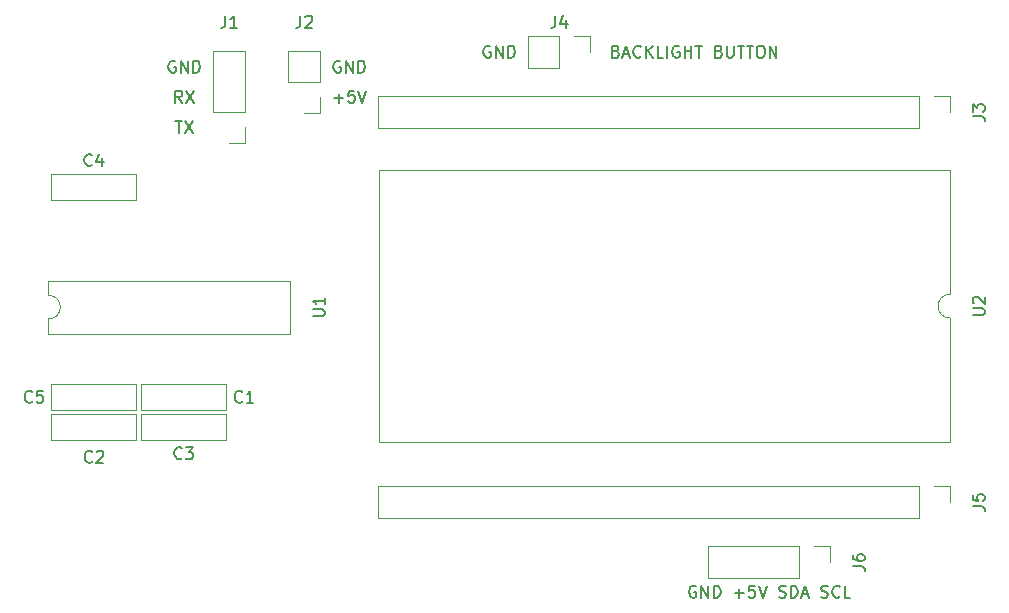
<source format=gbr>
G04 #@! TF.GenerationSoftware,KiCad,Pcbnew,(5.1.4)-1*
G04 #@! TF.CreationDate,2020-07-10T19:03:40+02:00*
G04 #@! TF.ProjectId,receiver,72656365-6976-4657-922e-6b696361645f,rev?*
G04 #@! TF.SameCoordinates,Original*
G04 #@! TF.FileFunction,Legend,Top*
G04 #@! TF.FilePolarity,Positive*
%FSLAX46Y46*%
G04 Gerber Fmt 4.6, Leading zero omitted, Abs format (unit mm)*
G04 Created by KiCad (PCBNEW (5.1.4)-1) date 2020-07-10 19:03:40*
%MOMM*%
%LPD*%
G04 APERTURE LIST*
%ADD10C,0.150000*%
%ADD11C,0.120000*%
G04 APERTURE END LIST*
D10*
X119110952Y-55808571D02*
X119253809Y-55856190D01*
X119301428Y-55903809D01*
X119349047Y-55999047D01*
X119349047Y-56141904D01*
X119301428Y-56237142D01*
X119253809Y-56284761D01*
X119158571Y-56332380D01*
X118777619Y-56332380D01*
X118777619Y-55332380D01*
X119110952Y-55332380D01*
X119206190Y-55380000D01*
X119253809Y-55427619D01*
X119301428Y-55522857D01*
X119301428Y-55618095D01*
X119253809Y-55713333D01*
X119206190Y-55760952D01*
X119110952Y-55808571D01*
X118777619Y-55808571D01*
X119730000Y-56046666D02*
X120206190Y-56046666D01*
X119634761Y-56332380D02*
X119968095Y-55332380D01*
X120301428Y-56332380D01*
X121206190Y-56237142D02*
X121158571Y-56284761D01*
X121015714Y-56332380D01*
X120920476Y-56332380D01*
X120777619Y-56284761D01*
X120682380Y-56189523D01*
X120634761Y-56094285D01*
X120587142Y-55903809D01*
X120587142Y-55760952D01*
X120634761Y-55570476D01*
X120682380Y-55475238D01*
X120777619Y-55380000D01*
X120920476Y-55332380D01*
X121015714Y-55332380D01*
X121158571Y-55380000D01*
X121206190Y-55427619D01*
X121634761Y-56332380D02*
X121634761Y-55332380D01*
X122206190Y-56332380D02*
X121777619Y-55760952D01*
X122206190Y-55332380D02*
X121634761Y-55903809D01*
X123110952Y-56332380D02*
X122634761Y-56332380D01*
X122634761Y-55332380D01*
X123444285Y-56332380D02*
X123444285Y-55332380D01*
X124444285Y-55380000D02*
X124349047Y-55332380D01*
X124206190Y-55332380D01*
X124063333Y-55380000D01*
X123968095Y-55475238D01*
X123920476Y-55570476D01*
X123872857Y-55760952D01*
X123872857Y-55903809D01*
X123920476Y-56094285D01*
X123968095Y-56189523D01*
X124063333Y-56284761D01*
X124206190Y-56332380D01*
X124301428Y-56332380D01*
X124444285Y-56284761D01*
X124491904Y-56237142D01*
X124491904Y-55903809D01*
X124301428Y-55903809D01*
X124920476Y-56332380D02*
X124920476Y-55332380D01*
X124920476Y-55808571D02*
X125491904Y-55808571D01*
X125491904Y-56332380D02*
X125491904Y-55332380D01*
X125825238Y-55332380D02*
X126396666Y-55332380D01*
X126110952Y-56332380D02*
X126110952Y-55332380D01*
X127825238Y-55808571D02*
X127968095Y-55856190D01*
X128015714Y-55903809D01*
X128063333Y-55999047D01*
X128063333Y-56141904D01*
X128015714Y-56237142D01*
X127968095Y-56284761D01*
X127872857Y-56332380D01*
X127491904Y-56332380D01*
X127491904Y-55332380D01*
X127825238Y-55332380D01*
X127920476Y-55380000D01*
X127968095Y-55427619D01*
X128015714Y-55522857D01*
X128015714Y-55618095D01*
X127968095Y-55713333D01*
X127920476Y-55760952D01*
X127825238Y-55808571D01*
X127491904Y-55808571D01*
X128491904Y-55332380D02*
X128491904Y-56141904D01*
X128539523Y-56237142D01*
X128587142Y-56284761D01*
X128682380Y-56332380D01*
X128872857Y-56332380D01*
X128968095Y-56284761D01*
X129015714Y-56237142D01*
X129063333Y-56141904D01*
X129063333Y-55332380D01*
X129396666Y-55332380D02*
X129968095Y-55332380D01*
X129682380Y-56332380D02*
X129682380Y-55332380D01*
X130158571Y-55332380D02*
X130730000Y-55332380D01*
X130444285Y-56332380D02*
X130444285Y-55332380D01*
X131253809Y-55332380D02*
X131444285Y-55332380D01*
X131539523Y-55380000D01*
X131634761Y-55475238D01*
X131682380Y-55665714D01*
X131682380Y-55999047D01*
X131634761Y-56189523D01*
X131539523Y-56284761D01*
X131444285Y-56332380D01*
X131253809Y-56332380D01*
X131158571Y-56284761D01*
X131063333Y-56189523D01*
X131015714Y-55999047D01*
X131015714Y-55665714D01*
X131063333Y-55475238D01*
X131158571Y-55380000D01*
X131253809Y-55332380D01*
X132110952Y-56332380D02*
X132110952Y-55332380D01*
X132682380Y-56332380D01*
X132682380Y-55332380D01*
X108458095Y-55380000D02*
X108362857Y-55332380D01*
X108220000Y-55332380D01*
X108077142Y-55380000D01*
X107981904Y-55475238D01*
X107934285Y-55570476D01*
X107886666Y-55760952D01*
X107886666Y-55903809D01*
X107934285Y-56094285D01*
X107981904Y-56189523D01*
X108077142Y-56284761D01*
X108220000Y-56332380D01*
X108315238Y-56332380D01*
X108458095Y-56284761D01*
X108505714Y-56237142D01*
X108505714Y-55903809D01*
X108315238Y-55903809D01*
X108934285Y-56332380D02*
X108934285Y-55332380D01*
X109505714Y-56332380D01*
X109505714Y-55332380D01*
X109981904Y-56332380D02*
X109981904Y-55332380D01*
X110220000Y-55332380D01*
X110362857Y-55380000D01*
X110458095Y-55475238D01*
X110505714Y-55570476D01*
X110553333Y-55760952D01*
X110553333Y-55903809D01*
X110505714Y-56094285D01*
X110458095Y-56189523D01*
X110362857Y-56284761D01*
X110220000Y-56332380D01*
X109981904Y-56332380D01*
X125865714Y-101100000D02*
X125770476Y-101052380D01*
X125627619Y-101052380D01*
X125484761Y-101100000D01*
X125389523Y-101195238D01*
X125341904Y-101290476D01*
X125294285Y-101480952D01*
X125294285Y-101623809D01*
X125341904Y-101814285D01*
X125389523Y-101909523D01*
X125484761Y-102004761D01*
X125627619Y-102052380D01*
X125722857Y-102052380D01*
X125865714Y-102004761D01*
X125913333Y-101957142D01*
X125913333Y-101623809D01*
X125722857Y-101623809D01*
X126341904Y-102052380D02*
X126341904Y-101052380D01*
X126913333Y-102052380D01*
X126913333Y-101052380D01*
X127389523Y-102052380D02*
X127389523Y-101052380D01*
X127627619Y-101052380D01*
X127770476Y-101100000D01*
X127865714Y-101195238D01*
X127913333Y-101290476D01*
X127960952Y-101480952D01*
X127960952Y-101623809D01*
X127913333Y-101814285D01*
X127865714Y-101909523D01*
X127770476Y-102004761D01*
X127627619Y-102052380D01*
X127389523Y-102052380D01*
X129151428Y-101671428D02*
X129913333Y-101671428D01*
X129532380Y-102052380D02*
X129532380Y-101290476D01*
X130865714Y-101052380D02*
X130389523Y-101052380D01*
X130341904Y-101528571D01*
X130389523Y-101480952D01*
X130484761Y-101433333D01*
X130722857Y-101433333D01*
X130818095Y-101480952D01*
X130865714Y-101528571D01*
X130913333Y-101623809D01*
X130913333Y-101861904D01*
X130865714Y-101957142D01*
X130818095Y-102004761D01*
X130722857Y-102052380D01*
X130484761Y-102052380D01*
X130389523Y-102004761D01*
X130341904Y-101957142D01*
X131199047Y-101052380D02*
X131532380Y-102052380D01*
X131865714Y-101052380D01*
X132913333Y-102004761D02*
X133056190Y-102052380D01*
X133294285Y-102052380D01*
X133389523Y-102004761D01*
X133437142Y-101957142D01*
X133484761Y-101861904D01*
X133484761Y-101766666D01*
X133437142Y-101671428D01*
X133389523Y-101623809D01*
X133294285Y-101576190D01*
X133103809Y-101528571D01*
X133008571Y-101480952D01*
X132960952Y-101433333D01*
X132913333Y-101338095D01*
X132913333Y-101242857D01*
X132960952Y-101147619D01*
X133008571Y-101100000D01*
X133103809Y-101052380D01*
X133341904Y-101052380D01*
X133484761Y-101100000D01*
X133913333Y-102052380D02*
X133913333Y-101052380D01*
X134151428Y-101052380D01*
X134294285Y-101100000D01*
X134389523Y-101195238D01*
X134437142Y-101290476D01*
X134484761Y-101480952D01*
X134484761Y-101623809D01*
X134437142Y-101814285D01*
X134389523Y-101909523D01*
X134294285Y-102004761D01*
X134151428Y-102052380D01*
X133913333Y-102052380D01*
X134865714Y-101766666D02*
X135341904Y-101766666D01*
X134770476Y-102052380D02*
X135103809Y-101052380D01*
X135437142Y-102052380D01*
X136484761Y-102004761D02*
X136627619Y-102052380D01*
X136865714Y-102052380D01*
X136960952Y-102004761D01*
X137008571Y-101957142D01*
X137056190Y-101861904D01*
X137056190Y-101766666D01*
X137008571Y-101671428D01*
X136960952Y-101623809D01*
X136865714Y-101576190D01*
X136675238Y-101528571D01*
X136580000Y-101480952D01*
X136532380Y-101433333D01*
X136484761Y-101338095D01*
X136484761Y-101242857D01*
X136532380Y-101147619D01*
X136580000Y-101100000D01*
X136675238Y-101052380D01*
X136913333Y-101052380D01*
X137056190Y-101100000D01*
X138056190Y-101957142D02*
X138008571Y-102004761D01*
X137865714Y-102052380D01*
X137770476Y-102052380D01*
X137627619Y-102004761D01*
X137532380Y-101909523D01*
X137484761Y-101814285D01*
X137437142Y-101623809D01*
X137437142Y-101480952D01*
X137484761Y-101290476D01*
X137532380Y-101195238D01*
X137627619Y-101100000D01*
X137770476Y-101052380D01*
X137865714Y-101052380D01*
X138008571Y-101100000D01*
X138056190Y-101147619D01*
X138960952Y-102052380D02*
X138484761Y-102052380D01*
X138484761Y-101052380D01*
X95758095Y-56650000D02*
X95662857Y-56602380D01*
X95520000Y-56602380D01*
X95377142Y-56650000D01*
X95281904Y-56745238D01*
X95234285Y-56840476D01*
X95186666Y-57030952D01*
X95186666Y-57173809D01*
X95234285Y-57364285D01*
X95281904Y-57459523D01*
X95377142Y-57554761D01*
X95520000Y-57602380D01*
X95615238Y-57602380D01*
X95758095Y-57554761D01*
X95805714Y-57507142D01*
X95805714Y-57173809D01*
X95615238Y-57173809D01*
X96234285Y-57602380D02*
X96234285Y-56602380D01*
X96805714Y-57602380D01*
X96805714Y-56602380D01*
X97281904Y-57602380D02*
X97281904Y-56602380D01*
X97520000Y-56602380D01*
X97662857Y-56650000D01*
X97758095Y-56745238D01*
X97805714Y-56840476D01*
X97853333Y-57030952D01*
X97853333Y-57173809D01*
X97805714Y-57364285D01*
X97758095Y-57459523D01*
X97662857Y-57554761D01*
X97520000Y-57602380D01*
X97281904Y-57602380D01*
X95234285Y-59761428D02*
X95996190Y-59761428D01*
X95615238Y-60142380D02*
X95615238Y-59380476D01*
X96948571Y-59142380D02*
X96472380Y-59142380D01*
X96424761Y-59618571D01*
X96472380Y-59570952D01*
X96567619Y-59523333D01*
X96805714Y-59523333D01*
X96900952Y-59570952D01*
X96948571Y-59618571D01*
X96996190Y-59713809D01*
X96996190Y-59951904D01*
X96948571Y-60047142D01*
X96900952Y-60094761D01*
X96805714Y-60142380D01*
X96567619Y-60142380D01*
X96472380Y-60094761D01*
X96424761Y-60047142D01*
X97281904Y-59142380D02*
X97615238Y-60142380D01*
X97948571Y-59142380D01*
X82383333Y-60142380D02*
X82050000Y-59666190D01*
X81811904Y-60142380D02*
X81811904Y-59142380D01*
X82192857Y-59142380D01*
X82288095Y-59190000D01*
X82335714Y-59237619D01*
X82383333Y-59332857D01*
X82383333Y-59475714D01*
X82335714Y-59570952D01*
X82288095Y-59618571D01*
X82192857Y-59666190D01*
X81811904Y-59666190D01*
X82716666Y-59142380D02*
X83383333Y-60142380D01*
X83383333Y-59142380D02*
X82716666Y-60142380D01*
X81788095Y-61682380D02*
X82359523Y-61682380D01*
X82073809Y-62682380D02*
X82073809Y-61682380D01*
X82597619Y-61682380D02*
X83264285Y-62682380D01*
X83264285Y-61682380D02*
X82597619Y-62682380D01*
X81788095Y-56650000D02*
X81692857Y-56602380D01*
X81550000Y-56602380D01*
X81407142Y-56650000D01*
X81311904Y-56745238D01*
X81264285Y-56840476D01*
X81216666Y-57030952D01*
X81216666Y-57173809D01*
X81264285Y-57364285D01*
X81311904Y-57459523D01*
X81407142Y-57554761D01*
X81550000Y-57602380D01*
X81645238Y-57602380D01*
X81788095Y-57554761D01*
X81835714Y-57507142D01*
X81835714Y-57173809D01*
X81645238Y-57173809D01*
X82264285Y-57602380D02*
X82264285Y-56602380D01*
X82835714Y-57602380D01*
X82835714Y-56602380D01*
X83311904Y-57602380D02*
X83311904Y-56602380D01*
X83550000Y-56602380D01*
X83692857Y-56650000D01*
X83788095Y-56745238D01*
X83835714Y-56840476D01*
X83883333Y-57030952D01*
X83883333Y-57173809D01*
X83835714Y-57364285D01*
X83788095Y-57459523D01*
X83692857Y-57554761D01*
X83550000Y-57602380D01*
X83311904Y-57602380D01*
D11*
X147380000Y-88920000D02*
X147380000Y-78380000D01*
X99060000Y-88920000D02*
X147380000Y-88920000D01*
X99060000Y-65950000D02*
X99060000Y-88920000D01*
X147380000Y-65840000D02*
X99060000Y-65840000D01*
X147380000Y-76380000D02*
X147380000Y-65840000D01*
X147380000Y-78380000D02*
G75*
G02X147380000Y-76380000I0J1000000D01*
G01*
X116900000Y-54550000D02*
X116900000Y-55880000D01*
X115570000Y-54550000D02*
X116900000Y-54550000D01*
X114300000Y-54550000D02*
X114300000Y-57210000D01*
X114300000Y-57210000D02*
X111700000Y-57210000D01*
X114300000Y-54550000D02*
X111700000Y-54550000D01*
X111700000Y-54550000D02*
X111700000Y-57210000D01*
X71060000Y-75220000D02*
X71060000Y-76470000D01*
X91500000Y-75220000D02*
X71060000Y-75220000D01*
X91500000Y-79720000D02*
X91500000Y-75220000D01*
X71060000Y-79720000D02*
X91500000Y-79720000D01*
X71060000Y-78470000D02*
X71060000Y-79720000D01*
X71060000Y-76470000D02*
G75*
G02X71060000Y-78470000I0J-1000000D01*
G01*
X137220000Y-97730000D02*
X137220000Y-99060000D01*
X135890000Y-97730000D02*
X137220000Y-97730000D01*
X134620000Y-97730000D02*
X134620000Y-100390000D01*
X134620000Y-100390000D02*
X126940000Y-100390000D01*
X134620000Y-97730000D02*
X126940000Y-97730000D01*
X126940000Y-97730000D02*
X126940000Y-100390000D01*
X94040000Y-61020000D02*
X92710000Y-61020000D01*
X94040000Y-59690000D02*
X94040000Y-61020000D01*
X94040000Y-58420000D02*
X91380000Y-58420000D01*
X91380000Y-58420000D02*
X91380000Y-55820000D01*
X94040000Y-58420000D02*
X94040000Y-55820000D01*
X94040000Y-55820000D02*
X91380000Y-55820000D01*
X147380000Y-59630000D02*
X147380000Y-60960000D01*
X146050000Y-59630000D02*
X147380000Y-59630000D01*
X144780000Y-59630000D02*
X144780000Y-62290000D01*
X144780000Y-62290000D02*
X99000000Y-62290000D01*
X144780000Y-59630000D02*
X99000000Y-59630000D01*
X99000000Y-59630000D02*
X99000000Y-62290000D01*
X87690000Y-63560000D02*
X86360000Y-63560000D01*
X87690000Y-62230000D02*
X87690000Y-63560000D01*
X87690000Y-60960000D02*
X85030000Y-60960000D01*
X85030000Y-60960000D02*
X85030000Y-55820000D01*
X87690000Y-60960000D02*
X87690000Y-55820000D01*
X87690000Y-55820000D02*
X85030000Y-55820000D01*
X78510000Y-83970000D02*
X78510000Y-86210000D01*
X71270000Y-83970000D02*
X71270000Y-86210000D01*
X71270000Y-86210000D02*
X78510000Y-86210000D01*
X71270000Y-83970000D02*
X78510000Y-83970000D01*
X78510000Y-66190000D02*
X78510000Y-68430000D01*
X71270000Y-66190000D02*
X71270000Y-68430000D01*
X71270000Y-68430000D02*
X78510000Y-68430000D01*
X71270000Y-66190000D02*
X78510000Y-66190000D01*
X78890000Y-88750000D02*
X78890000Y-86510000D01*
X86130000Y-88750000D02*
X86130000Y-86510000D01*
X86130000Y-86510000D02*
X78890000Y-86510000D01*
X86130000Y-88750000D02*
X78890000Y-88750000D01*
X71270000Y-88750000D02*
X71270000Y-86510000D01*
X78510000Y-88750000D02*
X78510000Y-86510000D01*
X78510000Y-86510000D02*
X71270000Y-86510000D01*
X78510000Y-88750000D02*
X71270000Y-88750000D01*
X86130000Y-83970000D02*
X86130000Y-86210000D01*
X78890000Y-83970000D02*
X78890000Y-86210000D01*
X78890000Y-86210000D02*
X86130000Y-86210000D01*
X78890000Y-83970000D02*
X86130000Y-83970000D01*
X147380000Y-92650000D02*
X147380000Y-93980000D01*
X146050000Y-92650000D02*
X147380000Y-92650000D01*
X144780000Y-92650000D02*
X144780000Y-95310000D01*
X144780000Y-95310000D02*
X99000000Y-95310000D01*
X144780000Y-92650000D02*
X99000000Y-92650000D01*
X99000000Y-92650000D02*
X99000000Y-95310000D01*
D10*
X149312380Y-78141904D02*
X150121904Y-78141904D01*
X150217142Y-78094285D01*
X150264761Y-78046666D01*
X150312380Y-77951428D01*
X150312380Y-77760952D01*
X150264761Y-77665714D01*
X150217142Y-77618095D01*
X150121904Y-77570476D01*
X149312380Y-77570476D01*
X149407619Y-77141904D02*
X149360000Y-77094285D01*
X149312380Y-76999047D01*
X149312380Y-76760952D01*
X149360000Y-76665714D01*
X149407619Y-76618095D01*
X149502857Y-76570476D01*
X149598095Y-76570476D01*
X149740952Y-76618095D01*
X150312380Y-77189523D01*
X150312380Y-76570476D01*
X113966666Y-52792380D02*
X113966666Y-53506666D01*
X113919047Y-53649523D01*
X113823809Y-53744761D01*
X113680952Y-53792380D01*
X113585714Y-53792380D01*
X114871428Y-53125714D02*
X114871428Y-53792380D01*
X114633333Y-52744761D02*
X114395238Y-53459047D01*
X115014285Y-53459047D01*
X93432380Y-78231904D02*
X94241904Y-78231904D01*
X94337142Y-78184285D01*
X94384761Y-78136666D01*
X94432380Y-78041428D01*
X94432380Y-77850952D01*
X94384761Y-77755714D01*
X94337142Y-77708095D01*
X94241904Y-77660476D01*
X93432380Y-77660476D01*
X94432380Y-76660476D02*
X94432380Y-77231904D01*
X94432380Y-76946190D02*
X93432380Y-76946190D01*
X93575238Y-77041428D01*
X93670476Y-77136666D01*
X93718095Y-77231904D01*
X139152380Y-99393333D02*
X139866666Y-99393333D01*
X140009523Y-99440952D01*
X140104761Y-99536190D01*
X140152380Y-99679047D01*
X140152380Y-99774285D01*
X139152380Y-98488571D02*
X139152380Y-98679047D01*
X139200000Y-98774285D01*
X139247619Y-98821904D01*
X139390476Y-98917142D01*
X139580952Y-98964761D01*
X139961904Y-98964761D01*
X140057142Y-98917142D01*
X140104761Y-98869523D01*
X140152380Y-98774285D01*
X140152380Y-98583809D01*
X140104761Y-98488571D01*
X140057142Y-98440952D01*
X139961904Y-98393333D01*
X139723809Y-98393333D01*
X139628571Y-98440952D01*
X139580952Y-98488571D01*
X139533333Y-98583809D01*
X139533333Y-98774285D01*
X139580952Y-98869523D01*
X139628571Y-98917142D01*
X139723809Y-98964761D01*
X92376666Y-52792380D02*
X92376666Y-53506666D01*
X92329047Y-53649523D01*
X92233809Y-53744761D01*
X92090952Y-53792380D01*
X91995714Y-53792380D01*
X92805238Y-52887619D02*
X92852857Y-52840000D01*
X92948095Y-52792380D01*
X93186190Y-52792380D01*
X93281428Y-52840000D01*
X93329047Y-52887619D01*
X93376666Y-52982857D01*
X93376666Y-53078095D01*
X93329047Y-53220952D01*
X92757619Y-53792380D01*
X93376666Y-53792380D01*
X149312380Y-61293333D02*
X150026666Y-61293333D01*
X150169523Y-61340952D01*
X150264761Y-61436190D01*
X150312380Y-61579047D01*
X150312380Y-61674285D01*
X149312380Y-60912380D02*
X149312380Y-60293333D01*
X149693333Y-60626666D01*
X149693333Y-60483809D01*
X149740952Y-60388571D01*
X149788571Y-60340952D01*
X149883809Y-60293333D01*
X150121904Y-60293333D01*
X150217142Y-60340952D01*
X150264761Y-60388571D01*
X150312380Y-60483809D01*
X150312380Y-60769523D01*
X150264761Y-60864761D01*
X150217142Y-60912380D01*
X86026666Y-52792380D02*
X86026666Y-53506666D01*
X85979047Y-53649523D01*
X85883809Y-53744761D01*
X85740952Y-53792380D01*
X85645714Y-53792380D01*
X87026666Y-53792380D02*
X86455238Y-53792380D01*
X86740952Y-53792380D02*
X86740952Y-52792380D01*
X86645714Y-52935238D01*
X86550476Y-53030476D01*
X86455238Y-53078095D01*
X69683333Y-85447142D02*
X69635714Y-85494761D01*
X69492857Y-85542380D01*
X69397619Y-85542380D01*
X69254761Y-85494761D01*
X69159523Y-85399523D01*
X69111904Y-85304285D01*
X69064285Y-85113809D01*
X69064285Y-84970952D01*
X69111904Y-84780476D01*
X69159523Y-84685238D01*
X69254761Y-84590000D01*
X69397619Y-84542380D01*
X69492857Y-84542380D01*
X69635714Y-84590000D01*
X69683333Y-84637619D01*
X70588095Y-84542380D02*
X70111904Y-84542380D01*
X70064285Y-85018571D01*
X70111904Y-84970952D01*
X70207142Y-84923333D01*
X70445238Y-84923333D01*
X70540476Y-84970952D01*
X70588095Y-85018571D01*
X70635714Y-85113809D01*
X70635714Y-85351904D01*
X70588095Y-85447142D01*
X70540476Y-85494761D01*
X70445238Y-85542380D01*
X70207142Y-85542380D01*
X70111904Y-85494761D01*
X70064285Y-85447142D01*
X74723333Y-65417142D02*
X74675714Y-65464761D01*
X74532857Y-65512380D01*
X74437619Y-65512380D01*
X74294761Y-65464761D01*
X74199523Y-65369523D01*
X74151904Y-65274285D01*
X74104285Y-65083809D01*
X74104285Y-64940952D01*
X74151904Y-64750476D01*
X74199523Y-64655238D01*
X74294761Y-64560000D01*
X74437619Y-64512380D01*
X74532857Y-64512380D01*
X74675714Y-64560000D01*
X74723333Y-64607619D01*
X75580476Y-64845714D02*
X75580476Y-65512380D01*
X75342380Y-64464761D02*
X75104285Y-65179047D01*
X75723333Y-65179047D01*
X82343333Y-90237142D02*
X82295714Y-90284761D01*
X82152857Y-90332380D01*
X82057619Y-90332380D01*
X81914761Y-90284761D01*
X81819523Y-90189523D01*
X81771904Y-90094285D01*
X81724285Y-89903809D01*
X81724285Y-89760952D01*
X81771904Y-89570476D01*
X81819523Y-89475238D01*
X81914761Y-89380000D01*
X82057619Y-89332380D01*
X82152857Y-89332380D01*
X82295714Y-89380000D01*
X82343333Y-89427619D01*
X82676666Y-89332380D02*
X83295714Y-89332380D01*
X82962380Y-89713333D01*
X83105238Y-89713333D01*
X83200476Y-89760952D01*
X83248095Y-89808571D01*
X83295714Y-89903809D01*
X83295714Y-90141904D01*
X83248095Y-90237142D01*
X83200476Y-90284761D01*
X83105238Y-90332380D01*
X82819523Y-90332380D01*
X82724285Y-90284761D01*
X82676666Y-90237142D01*
X74763333Y-90527142D02*
X74715714Y-90574761D01*
X74572857Y-90622380D01*
X74477619Y-90622380D01*
X74334761Y-90574761D01*
X74239523Y-90479523D01*
X74191904Y-90384285D01*
X74144285Y-90193809D01*
X74144285Y-90050952D01*
X74191904Y-89860476D01*
X74239523Y-89765238D01*
X74334761Y-89670000D01*
X74477619Y-89622380D01*
X74572857Y-89622380D01*
X74715714Y-89670000D01*
X74763333Y-89717619D01*
X75144285Y-89717619D02*
X75191904Y-89670000D01*
X75287142Y-89622380D01*
X75525238Y-89622380D01*
X75620476Y-89670000D01*
X75668095Y-89717619D01*
X75715714Y-89812857D01*
X75715714Y-89908095D01*
X75668095Y-90050952D01*
X75096666Y-90622380D01*
X75715714Y-90622380D01*
X87463333Y-85447142D02*
X87415714Y-85494761D01*
X87272857Y-85542380D01*
X87177619Y-85542380D01*
X87034761Y-85494761D01*
X86939523Y-85399523D01*
X86891904Y-85304285D01*
X86844285Y-85113809D01*
X86844285Y-84970952D01*
X86891904Y-84780476D01*
X86939523Y-84685238D01*
X87034761Y-84590000D01*
X87177619Y-84542380D01*
X87272857Y-84542380D01*
X87415714Y-84590000D01*
X87463333Y-84637619D01*
X88415714Y-85542380D02*
X87844285Y-85542380D01*
X88130000Y-85542380D02*
X88130000Y-84542380D01*
X88034761Y-84685238D01*
X87939523Y-84780476D01*
X87844285Y-84828095D01*
X149312380Y-94313333D02*
X150026666Y-94313333D01*
X150169523Y-94360952D01*
X150264761Y-94456190D01*
X150312380Y-94599047D01*
X150312380Y-94694285D01*
X149312380Y-93360952D02*
X149312380Y-93837142D01*
X149788571Y-93884761D01*
X149740952Y-93837142D01*
X149693333Y-93741904D01*
X149693333Y-93503809D01*
X149740952Y-93408571D01*
X149788571Y-93360952D01*
X149883809Y-93313333D01*
X150121904Y-93313333D01*
X150217142Y-93360952D01*
X150264761Y-93408571D01*
X150312380Y-93503809D01*
X150312380Y-93741904D01*
X150264761Y-93837142D01*
X150217142Y-93884761D01*
M02*

</source>
